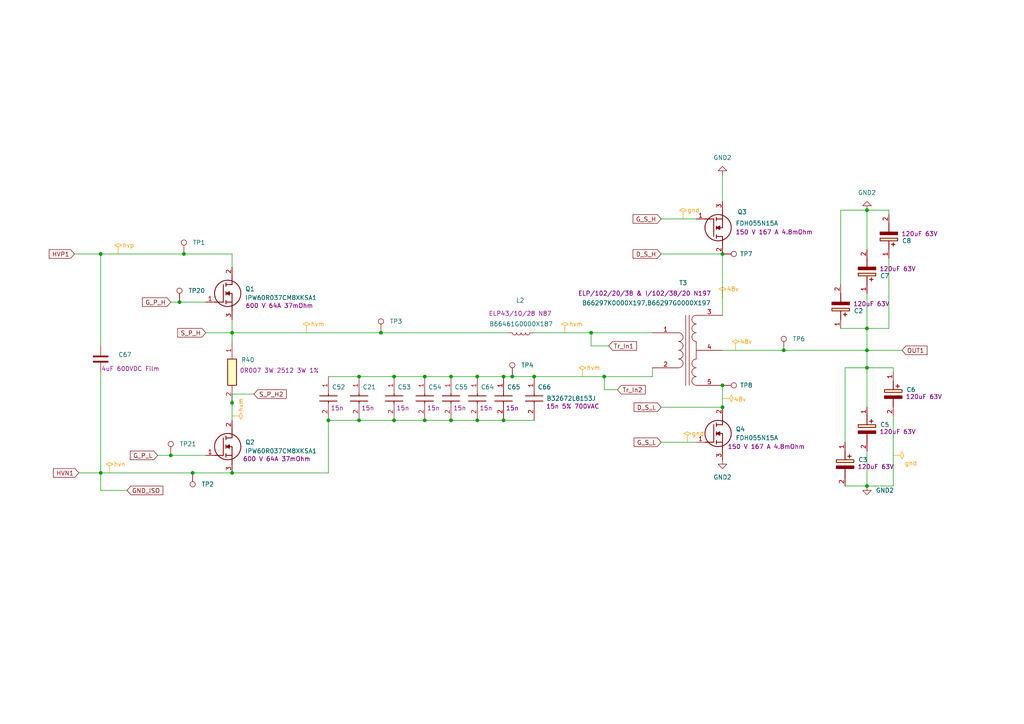
<source format=kicad_sch>
(kicad_sch (version 20250114) (generator "eeschema") (generator_version "9.0")
  (paper "A4")
  (title_block (title "LLC 400V/48V 1200W 100kHz") (date "2025-10-14") (rev "5") (company "Abdelaziz BOUZIANI"))
  (lib_symbols
    (symbol "B32672L8153J:B32672L8153J" (pin_names (hide yes))
      (property "Reference" "C" (at 8.89 6.35 0))
      (property "Value" "B32672L8153J" (at 8.89 3.81 0))
      (symbol "B32672L8153J_1_1"
        (polyline (pts (xy 5.08 0) (xy 5.588 0)) (stroke (width 0.254)))
        (polyline (pts (xy 5.588 2.54) (xy 5.588 -2.54)) (stroke (width 0.254)))
        (polyline (pts (xy 7.112 2.54) (xy 7.112 -2.54)) (stroke (width 0.254)))
        (polyline (pts (xy 7.112 0) (xy 7.62 0)) (stroke (width 0.254)))
        (pin passive line (at 0 0 0) (length 5.08) (name "1") (number "1"))
        (pin passive line (at 12.7 0 180) (length 5.08) (name "2") (number "2"))
      )
    )
    (symbol "B40910A8127M000:B40910A8127M000" (pin_names (hide yes))
      (property "Reference" "C" (at 8.89 6.35 0))
      (property "Value" "B40910A8127M000" (at 8.89 3.81 0))
      (symbol "B40910A8127M000_1_1"
        (polyline (pts (xy 2.54 0) (xy 5.08 0)) (stroke (width 0.254)))
        (polyline (pts (xy 4.064 1.778) (xy 4.064 0.762)) (stroke (width 0.254)))
        (polyline (pts (xy 4.572 1.27) (xy 3.556 1.27)) (stroke (width 0.254)))
        (rectangle (start 5.08 2.54) (end 5.842 -2.54) (stroke (width 0.254)) (fill (type background)))
        (polyline (pts (xy 7.62 2.54) (xy 7.62 -2.54) (xy 6.858 -2.54) (xy 6.858 2.54) (xy 7.62 2.54)) (stroke (width 0.254)) (fill (type outline)))
        (polyline (pts (xy 7.62 0) (xy 10.16 0)) (stroke (width 0.254)))
        (pin passive line (at 0 0 0) (length 2.54) (name "+") (number "1"))
        (pin passive line (at 12.7 0 180) (length 2.54) (name "-") (number "2"))
      )
    )
    (symbol "Connector:TestPoint" (pin_numbers (hide yes)) (pin_names (offset 0.762) (hide yes))
      (property "Reference" "TP" (at 0 6.858 0))
      (property "Value" "TestPoint" (at 0 5.08 0))
      (symbol "TestPoint_0_1"
        (circle (center 0 3.302) (radius 0.762))
      )
      (symbol "TestPoint_1_1"
        (pin passive line (at 0 0 90) (length 2.54) (name "1") (number "1"))
      )
    )
    (symbol "Device:C" (pin_numbers (hide yes)) (pin_names (offset 0.254))
      (property "Reference" "C" (at 0.635 2.54 0))
      (property "Value" "C" (at 0.635 -2.54 0))
      (symbol "C_0_1"
        (polyline (pts (xy -2.032 0.762) (xy 2.032 0.762)) (stroke (width 0.508)))
        (polyline (pts (xy -2.032 -0.762) (xy 2.032 -0.762)) (stroke (width 0.508)))
      )
      (symbol "C_1_1"
        (pin passive line (at 0 3.81 270) (length 2.794) (name "~") (number "1"))
        (pin passive line (at 0 -3.81 90) (length 2.794) (name "~") (number "2"))
      )
    )
    (symbol "Device:L" (pin_numbers (hide yes)) (pin_names (offset 1.016) (hide yes))
      (property "Reference" "L" (at -1.27 0 90))
      (property "Value" "L" (at 1.905 0 90))
      (symbol "L_0_1"
        (arc (start 0 2.54) (mid 0.6323 1.905) (end 0 1.27))
        (arc (start 0 1.27) (mid 0.6323 0.635) (end 0 0))
        (arc (start 0 0) (mid 0.6323 -0.635) (end 0 -1.27))
        (arc (start 0 -1.27) (mid 0.6323 -1.905) (end 0 -2.54))
      )
      (symbol "L_1_1"
        (pin passive line (at 0 3.81 270) (length 1.27) (name "1") (number "1"))
        (pin passive line (at 0 -3.81 90) (length 1.27) (name "2") (number "2"))
      )
    )
    (symbol "FDH055N15A:FDH055N15A" (pin_names (hide yes))
      (property "Reference" "Q" (at 11.43 3.81 0))
      (property "Value" "FDH055N15A" (at 11.43 1.27 0))
      (symbol "FDH055N15A_1_1"
        (polyline (pts (xy 2.54 0) (xy 5.08 0)) (stroke (width 0.254)))
        (polyline (pts (xy 5.08 5.08) (xy 5.08 0)) (stroke (width 0.254)))
        (polyline (pts (xy 5.842 5.588) (xy 5.842 4.572)) (stroke (width 0.254)))
        (polyline (pts (xy 5.842 2.54) (xy 6.858 3.048) (xy 6.858 2.032) (xy 5.842 2.54)) (stroke (width 0.254)) (fill (type outline)))
        (polyline (pts (xy 5.842 2.032) (xy 5.842 3.048)) (stroke (width 0.254)))
        (polyline (pts (xy 5.842 0) (xy 7.62 0)) (stroke (width 0.254)))
        (polyline (pts (xy 5.842 -0.508) (xy 5.842 0.508)) (stroke (width 0.254)))
        (circle (center 6.35 2.54) (radius 3.81) (stroke (width 0.254)))
        (polyline (pts (xy 7.62 5.08) (xy 5.842 5.08)) (stroke (width 0.254)))
        (polyline (pts (xy 7.62 5.08) (xy 7.62 7.62)) (stroke (width 0.254)))
        (polyline (pts (xy 7.62 2.54) (xy 5.842 2.54)) (stroke (width 0.254)))
        (polyline (pts (xy 7.62 2.54) (xy 7.62 -2.54)) (stroke (width 0.254)))
        (pin passive line (at 0 0 0) (length 2.54) (name "G") (number "1"))
        (pin passive line (at 7.62 10.16 270) (length 2.54) (name "D") (number "2"))
        (pin passive line (at 7.62 -5.08 90) (length 2.54) (name "S") (number "3"))
      )
    )
    (symbol "IPW60R037CM8XKSA1:IPW60R037CM8XKSA1" (pin_names (hide yes))
      (property "Reference" "Q" (at 11.43 3.81 0))
      (property "Value" "IPW60R037CM8XKSA1" (at 11.43 1.27 0))
      (symbol "IPW60R037CM8XKSA1_1_1"
        (polyline (pts (xy 2.54 0) (xy 5.08 0)) (stroke (width 0.254)))
        (polyline (pts (xy 5.08 5.08) (xy 5.08 0)) (stroke (width 0.254)))
        (polyline (pts (xy 5.842 5.588) (xy 5.842 4.572)) (stroke (width 0.254)))
        (polyline (pts (xy 5.842 2.54) (xy 6.858 3.048) (xy 6.858 2.032) (xy 5.842 2.54)) (stroke (width 0.254)) (fill (type outline)))
        (polyline (pts (xy 5.842 2.032) (xy 5.842 3.048)) (stroke (width 0.254)))
        (polyline (pts (xy 5.842 0) (xy 7.62 0)) (stroke (width 0.254)))
        (polyline (pts (xy 5.842 -0.508) (xy 5.842 0.508)) (stroke (width 0.254)))
        (circle (center 6.35 2.54) (radius 3.81) (stroke (width 0.254)))
        (polyline (pts (xy 7.62 5.08) (xy 5.842 5.08)) (stroke (width 0.254)))
        (polyline (pts (xy 7.62 5.08) (xy 7.62 7.62)) (stroke (width 0.254)))
        (polyline (pts (xy 7.62 2.54) (xy 5.842 2.54)) (stroke (width 0.254)))
        (polyline (pts (xy 7.62 2.54) (xy 7.62 -2.54)) (stroke (width 0.254)))
        (pin passive line (at 0 0 0) (length 2.54) (name "G") (number "1"))
        (pin passive line (at 7.62 10.16 270) (length 2.54) (name "D") (number "2"))
        (pin passive line (at 7.62 -5.08 90) (length 2.54) (name "S") (number "3"))
      )
    )
    (symbol "LRMAP2512-R007FT4:LRMAP2512-R007FT4" (pin_names (hide yes))
      (property "Reference" "R" (at 13.97 6.35 0))
      (property "Value" "LRMAP2512-R007FT4" (at 13.97 3.81 0))
      (symbol "LRMAP2512-R007FT4_1_1"
        (rectangle (start 5.08 1.27) (end 12.7 -1.27) (stroke (width 0.254)) (fill (type background)))
        (pin passive line (at 0 0 0) (length 5.08) (name "1") (number "1"))
        (pin passive line (at 17.78 0 180) (length 5.08) (name "2") (number "2"))
      )
    )
    (symbol "New_Library:Transformer_LLC" (pin_names (offset 1.016) (hide yes))
      (property "Reference" "T" (at 0 12.7 0))
      (property "Value" "Transformer_LLC" (at 0 -12.7 0))
      (symbol "Transformer_LLC_0_1"
        (arc (start -1.27 3.81) (mid -1.656 2.9336) (end -2.54 2.5654))
        (arc (start -1.27 1.27) (mid -1.656 0.3936) (end -2.54 0.0254))
        (arc (start -1.27 -1.27) (mid -1.656 -2.1464) (end -2.54 -2.5146))
        (arc (start -1.27 -3.81) (mid -1.656 -4.6864) (end -2.54 -5.0546))
        (arc (start -2.54 5.08) (mid -1.642 4.708) (end -1.27 3.81))
        (arc (start -2.54 2.54) (mid -1.642 2.168) (end -1.27 1.27))
        (arc (start -2.54 0) (mid -1.642 -0.372) (end -1.27 -1.27))
        (arc (start -2.54 -2.54) (mid -1.642 -2.912) (end -1.27 -3.81))
        (polyline (pts (xy -0.508 -10.16) (xy -0.508 10.16)))
        (polyline (pts (xy 0.508 10.16) (xy 0.508 -10.16)))
        (arc (start 1.2954 8.89) (mid 1.6457 9.7917) (end 2.54 10.16))
        (arc (start 1.2954 6.35) (mid 1.6457 7.2517) (end 2.54 7.62))
        (arc (start 1.2954 3.81) (mid 1.6457 4.7117) (end 2.54 5.08))
        (arc (start 1.2954 -3.81) (mid 1.6457 -2.9083) (end 2.54 -2.54))
        (arc (start 1.2954 -6.35) (mid 1.6457 -5.4483) (end 2.54 -5.08))
        (arc (start 1.2954 -8.89) (mid 1.6457 -7.9883) (end 2.54 -7.62))
        (arc (start 2.54 7.6454) (mid 1.6599 8.0099) (end 1.2954 8.89))
        (arc (start 2.54 5.1054) (mid 1.6599 5.4699) (end 1.2954 6.35))
        (arc (start 2.54 2.5654) (mid 1.6599 2.9299) (end 1.2954 3.81))
        (polyline (pts (xy 2.54 2.54) (xy 2.54 -2.54)))
        (arc (start 2.54 -5.0546) (mid 1.6599 -4.6901) (end 1.2954 -3.81))
        (arc (start 2.54 -7.5946) (mid 1.6599 -7.2301) (end 1.2954 -6.35))
        (arc (start 2.54 -10.1346) (mid 1.6599 -9.7701) (end 1.2954 -8.89))
      )
      (symbol "Transformer_LLC_1_1"
        (pin passive line (at -10.16 5.08 0) (length 7.62) (name "AA") (number "1"))
        (pin passive line (at -10.16 -5.08 0) (length 7.62) (name "AB") (number "2"))
        (pin passive line (at 10.16 10.16 180) (length 7.62) (name "SA") (number "3"))
        (pin passive line (at 10.16 0 180) (length 7.62) (name "SC") (number "4"))
        (pin passive line (at 10.16 -10.16 180) (length 7.62) (name "SD") (number "5"))
      )
    )
    (symbol "power:GND2" (power) (pin_numbers (hide yes)) (pin_names (offset 0) (hide yes))
      (property "Value" "GND2" (at 0 -3.81 0))
      (symbol "GND2_0_1"
        (polyline (pts (xy 0 0) (xy 0 -1.27) (xy 1.27 -1.27) (xy 0 -2.54) (xy -1.27 -1.27) (xy 0 -1.27)))
      )
      (symbol "GND2_1_1"
        (pin power_in line (at 0 0 270) (length 0) (name "~") (number "1"))
      )
    )
  )
  (junction (at 209.55 73.66))
  (junction (at 171.45 96.52))
  (junction (at 251.46 106.68))
  (junction (at 227.33 101.6))
  (junction (at 52.07 87.63))
  (junction (at 29.21 137.16))
  (junction (at 146.05 121.92))
  (junction (at 110.49 96.52))
  (junction (at 209.55 118.11))
  (junction (at 251.46 140.97))
  (junction (at 148.59 109.22))
  (junction (at 138.43 121.92))
  (junction (at 175.26 109.22))
  (junction (at 29.21 73.66))
  (junction (at 138.43 109.22))
  (junction (at 49.53 132.08))
  (junction (at 154.94 109.22))
  (junction (at 123.19 121.92))
  (junction (at 130.81 121.92))
  (junction (at 114.3 121.92))
  (junction (at 251.46 101.6))
  (junction (at 146.05 109.22))
  (junction (at 53.34 73.66))
  (junction (at 104.14 109.22))
  (junction (at 251.46 95.25))
  (junction (at 95.25 121.92))
  (junction (at 130.81 109.22))
  (junction (at 251.46 60.96))
  (junction (at 104.14 121.92))
  (junction (at 55.88 137.16))
  (junction (at 67.31 116.84))
  (junction (at 67.31 96.52))
  (junction (at 114.3 109.22))
  (junction (at 67.31 137.16))
  (junction (at 209.55 111.76))
  (junction (at 123.19 109.22))
  (wire (pts (xy 191.77 63.5) (xy 201.93 63.5)))
  (wire (pts (xy 29.21 73.66) (xy 29.21 100.33)))
  (wire (pts (xy 209.55 50.8) (xy 209.55 58.42)))
  (wire (pts (xy 251.46 140.97) (xy 245.11 140.97)))
  (wire (pts (xy 67.31 116.84) (xy 67.31 121.92)))
  (wire (pts (xy 179.07 113.03) (xy 175.26 113.03)))
  (wire (pts (xy 191.77 73.66) (xy 209.55 73.66)))
  (wire (pts (xy 130.81 109.22) (xy 138.43 109.22)))
  (wire (pts (xy 191.77 128.27) (xy 201.93 128.27)))
  (wire (pts (xy 67.31 73.66) (xy 53.34 73.66)))
  (wire (pts (xy 67.31 96.52) (xy 110.49 96.52)))
  (wire (pts (xy 104.14 121.92) (xy 114.3 121.92)))
  (wire (pts (xy 148.59 109.22) (xy 154.94 109.22)))
  (wire (pts (xy 245.11 106.68) (xy 245.11 128.27)))
  (wire (pts (xy 95.25 137.16) (xy 67.31 137.16)))
  (wire (pts (xy 114.3 109.22) (xy 123.19 109.22)))
  (wire (pts (xy 171.45 96.52) (xy 189.23 96.52)))
  (wire (pts (xy 59.69 96.52) (xy 67.31 96.52)))
  (wire (pts (xy 257.81 95.25) (xy 251.46 95.25)))
  (wire (pts (xy 104.14 109.22) (xy 114.3 109.22)))
  (wire (pts (xy 52.07 87.63) (xy 59.69 87.63)))
  (wire (pts (xy 251.46 101.6) (xy 261.62 101.6)))
  (wire (pts (xy 251.46 85.09) (xy 251.46 95.25)))
  (wire (pts (xy 45.72 132.08) (xy 49.53 132.08)))
  (wire (pts (xy 154.94 96.52) (xy 171.45 96.52)))
  (wire (pts (xy 259.08 106.68) (xy 259.08 107.95)))
  (wire (pts (xy 123.19 121.92) (xy 130.81 121.92)))
  (wire (pts (xy 114.3 121.92) (xy 123.19 121.92)))
  (wire (pts (xy 175.26 109.22) (xy 189.23 109.22)))
  (wire (pts (xy 257.81 74.93) (xy 257.81 95.25)))
  (wire (pts (xy 95.25 109.22) (xy 104.14 109.22)))
  (wire (pts (xy 29.21 107.95) (xy 29.21 137.16)))
  (wire (pts (xy 251.46 130.81) (xy 251.46 140.97)))
  (wire (pts (xy 29.21 142.24) (xy 36.83 142.24)))
  (wire (pts (xy 227.33 101.6) (xy 251.46 101.6)))
  (wire (pts (xy 154.94 109.22) (xy 175.26 109.22)))
  (wire (pts (xy 251.46 101.6) (xy 251.46 106.68)))
  (wire (pts (xy 176.53 100.33) (xy 171.45 100.33)))
  (wire (pts (xy 251.46 95.25) (xy 251.46 101.6)))
  (wire (pts (xy 67.31 73.66) (xy 67.31 77.47)))
  (wire (pts (xy 67.31 92.71) (xy 67.31 96.52)))
  (wire (pts (xy 29.21 137.16) (xy 55.88 137.16)))
  (wire (pts (xy 259.08 140.97) (xy 251.46 140.97)))
  (wire (pts (xy 22.86 137.16) (xy 29.21 137.16)))
  (wire (pts (xy 189.23 109.22) (xy 189.23 106.68)))
  (wire (pts (xy 138.43 121.92) (xy 146.05 121.92)))
  (wire (pts (xy 49.53 87.63) (xy 52.07 87.63)))
  (wire (pts (xy 191.77 118.11) (xy 209.55 118.11)))
  (wire (pts (xy 29.21 73.66) (xy 53.34 73.66)))
  (wire (pts (xy 146.05 121.92) (xy 154.94 121.92)))
  (wire (pts (xy 257.81 60.96) (xy 251.46 60.96)))
  (wire (pts (xy 67.31 114.3) (xy 67.31 116.84)))
  (wire (pts (xy 251.46 60.96) (xy 243.84 60.96)))
  (wire (pts (xy 243.84 60.96) (xy 243.84 82.55)))
  (wire (pts (xy 251.46 106.68) (xy 251.46 118.11)))
  (wire (pts (xy 251.46 95.25) (xy 243.84 95.25)))
  (wire (pts (xy 49.53 132.08) (xy 59.69 132.08)))
  (wire (pts (xy 29.21 137.16) (xy 29.21 142.24)))
  (wire (pts (xy 257.81 60.96) (xy 257.81 62.23)))
  (wire (pts (xy 21.59 73.66) (xy 29.21 73.66)))
  (wire (pts (xy 95.25 121.92) (xy 95.25 137.16)))
  (wire (pts (xy 110.49 96.52) (xy 147.32 96.52)))
  (wire (pts (xy 209.55 73.66) (xy 209.55 91.44)))
  (wire (pts (xy 259.08 120.65) (xy 259.08 140.97)))
  (wire (pts (xy 251.46 106.68) (xy 245.11 106.68)))
  (wire (pts (xy 55.88 137.16) (xy 67.31 137.16)))
  (wire (pts (xy 251.46 60.96) (xy 251.46 72.39)))
  (wire (pts (xy 209.55 101.6) (xy 227.33 101.6)))
  (wire (pts (xy 95.25 121.92) (xy 104.14 121.92)))
  (wire (pts (xy 146.05 109.22) (xy 148.59 109.22)))
  (wire (pts (xy 209.55 111.76) (xy 209.55 118.11)))
  (wire (pts (xy 171.45 100.33) (xy 171.45 96.52)))
  (wire (pts (xy 175.26 113.03) (xy 175.26 109.22)))
  (wire (pts (xy 73.66 114.3) (xy 67.31 114.3)))
  (wire (pts (xy 123.19 109.22) (xy 130.81 109.22)))
  (wire (pts (xy 259.08 106.68) (xy 251.46 106.68)))
  (wire (pts (xy 67.31 96.52) (xy 67.31 99.06)))
  (wire (pts (xy 130.81 121.92) (xy 138.43 121.92)))
  (wire (pts (xy 138.43 109.22) (xy 146.05 109.22)))
  (global_label "Tr_In2" (shape input) (at 179.07 113.03 0) (property "Intersheetrefs" "${INTERSHEET_REFS}" (effects (hide yes))))
  (global_label "D_S_L" (shape input) (at 191.77 118.11 180) (property "Intersheetrefs" "${INTERSHEET_REFS}" (effects (hide yes))))
  (global_label "G_S_H" (shape input) (at 191.77 63.5 180) (property "Intersheetrefs" "${INTERSHEET_REFS}" (effects (hide yes))))
  (global_label "G_P_H" (shape input) (at 49.53 87.63 180) (property "Intersheetrefs" "${INTERSHEET_REFS}" (effects (hide yes))))
  (global_label "G_P_L" (shape input) (at 45.72 132.08 180) (property "Intersheetrefs" "${INTERSHEET_REFS}" (effects (hide yes))))
  (global_label "S_P_H2" (shape input) (at 73.66 114.3 0) (property "Intersheetrefs" "${INTERSHEET_REFS}" (effects (hide yes))))
  (global_label "HVN1" (shape input) (at 22.86 137.16 180) (property "Intersheetrefs" "${INTERSHEET_REFS}" (effects (hide yes))))
  (global_label "D_S_H" (shape input) (at 191.77 73.66 180) (property "Intersheetrefs" "${INTERSHEET_REFS}" (effects (hide yes))))
  (global_label "G_S_L" (shape input) (at 191.77 128.27 180) (property "Intersheetrefs" "${INTERSHEET_REFS}" (effects (hide yes))))
  (global_label "GND_ISO" (shape input) (at 36.83 142.24 0) (property "Intersheetrefs" "${INTERSHEET_REFS}" (effects (hide yes))))
  (global_label "OUT1" (shape input) (at 261.62 101.6 0) (property "Intersheetrefs" "${INTERSHEET_REFS}" (effects (hide yes))))
  (global_label "Tr_In1" (shape input) (at 176.53 100.33 0) (property "Intersheetrefs" "${INTERSHEET_REFS}" (effects (hide yes))))
  (global_label "HVP1" (shape input) (at 21.59 73.66 180) (property "Intersheetrefs" "${INTERSHEET_REFS}" (effects (hide yes))))
  (global_label "S_P_H" (shape input) (at 59.69 96.52 180) (property "Intersheetrefs" "${INTERSHEET_REFS}" (effects (hide yes))))
  (netclass_flag "" (length 2.54) (shape diamond) (at 67.31 120.65 270) (property "Netclass" "hvm" (at 69.85 119.4435 90) (effects (justify left))))
  (netclass_flag "" (length 2.54) (shape diamond) (at 34.29 73.66 0) (property "Netclass" "hvp" (at 35.4965 71.12 0) (effects (justify left))))
  (netclass_flag "" (length 2.54) (shape diamond) (at 209.55 86.36 0) (property "Netclass" "48v" (at 210.7565 83.82 0) (effects (justify left))))
  (netclass_flag "" (length 2.54) (shape diamond) (at 199.39 128.27 0) (property "Netclass" "gnd" (at 200.5965 125.73 0) (effects (justify left))))
  (netclass_flag "" (length 2.54) (shape diamond) (at 198.12 63.5 0) (property "Netclass" "gnd" (at 199.3265 60.96 0) (effects (justify left))))
  (netclass_flag "" (length 2.54) (shape diamond) (at 31.75 137.16 0) (property "Netclass" "hvn" (at 32.9565 134.62 0) (effects (justify left))))
  (netclass_flag "" (length 2.54) (shape diamond) (at 213.36 101.6 0) (property "Netclass" "48v" (at 214.5665 99.06 0) (effects (justify left))))
  (netclass_flag "" (length 2.54) (shape diamond) (at 163.83 96.52 0) (property "Netclass" "hvm" (at 165.0365 93.98 0) (effects (justify left))))
  (netclass_flag "" (length 2.54) (shape diamond) (at 259.08 132.08 270) (property "Netclass" "gnd" (at 262.382 134.366 0) (effects (justify left))))
  (netclass_flag "" (length 2.54) (shape diamond) (at 88.9 96.52 0) (property "Netclass" "hvm" (at 90.1065 93.98 0) (effects (justify left))))
  (netclass_flag "" (length 2.54) (shape diamond) (at 209.55 115.57 270) (property "Netclass" "48v" (at 212.852 115.824 0) (effects (justify left))))
  (netclass_flag "" (length 2.54) (shape diamond) (at 168.91 109.22 0) (property "Netclass" "hvm" (at 170.1165 106.68 0) (effects (justify left))))
  (symbol (lib_id "B40910A8127M000:B40910A8127M000") (at 243.84 95.25 270) (mirror x) (unit 1)
    (property "Reference" "C2" (at 247.65 90.1701 90) (effects (justify left)))
    (property "Value" "B40910A8127M000" (effects (hide yes)))
    (property "Footprint" "B40910A8127M000:B40910A8127M000" (effects (hide yes)))
    (property "Datasheet" "https://product.tdk.com/system/files/dam/doc/product/capacitor/aluminum-electrolytic/hybrid-polymer/data_sheet/20/30/db/aec/b40910.pdf" (effects (hide yes)))
    (property "Description" "120uF 63V" (at 252.73 88.138 90))
    (property "Height" "12.8" (effects (hide yes)))
    (property "Mouser Part Number" "871-B40910A8127M000" (effects (hide yes)))
    (property "Manufacturer_Name" "TDK" (effects (hide yes)))
    (property "Manufacturer_Part_Number" "B40910A8127M000" (effects (hide yes)))
    (property "FirstOrderDone" "yes" (effects (hide yes)))
  )
  (symbol (lib_id "B32672L8153J:B32672L8153J") (at 123.19 109.22 270) (unit 1)
    (property "Reference" "C54" (at 124.206 112.268 90) (effects (justify left)))
    (property "Value" "B32672L8153J" (effects (hide yes)))
    (property "Footprint" "B32672L8153J000:CAPRR1500W80L1800T850H1450" (effects (hide yes)))
    (property "Datasheet" "https://product.tdk.com/system/files/dam/doc/product/capacitor/film/mkp_mfp/data_sheet/20/20/db/fc_2009/mkp_b32671l_672l.pdf" (effects (hide yes)))
    (property "Description" "15n 5% 700VAC" (effects (hide yes)))
    (property "Height" "14.5" (effects (hide yes)))
    (property "Mouser Part Number" "871-B32672L8153J" (effects (hide yes)))
    (property "Mouser Price/Stock" "https://www.mouser.co.uk/ProductDetail/EPCOS-TDK/B32672L8153J?qs=CsdphVCLJRjPN7YH24ATpg%3D%3D" (effects (hide yes)))
    (property "Manufacturer_Name" "TDK" (effects (hide yes)))
    (property "Manufacturer_Part_Number" "B32672L8153J" (effects (hide yes)))
    (property "FirstOrderDone" "yes" (effects (hide yes)))
    (property "Field11" "15n" (at 125.73 118.364 90))
  )
  (symbol (lib_id "power:GND2") (at 209.55 133.35 0) (unit 1)
    (property "Reference" "#PWR010" (effects (hide yes)))
    (property "Value" "GND2" (at 209.55 138.43 0))
    (property "Description" "Power symbol creates a global label with name \"GND2\" , ground" (effects (hide yes)))
  )
  (symbol (lib_id "B40910A8127M000:B40910A8127M000") (at 259.08 107.95 270) (unit 1)
    (property "Reference" "C6" (at 262.89 113.0299 90) (effects (justify left)))
    (property "Value" "B40910A8127M000" (effects (hide yes)))
    (property "Footprint" "B40910A8127M000:B40910A8127M000" (effects (hide yes)))
    (property "Datasheet" "https://product.tdk.com/system/files/dam/doc/product/capacitor/aluminum-electrolytic/hybrid-polymer/data_sheet/20/30/db/aec/b40910.pdf" (effects (hide yes)))
    (property "Description" "120uF 63V" (at 267.97 115.062 90))
    (property "Height" "12.8" (effects (hide yes)))
    (property "Mouser Part Number" "871-B40910A8127M000" (effects (hide yes)))
    (property "Manufacturer_Name" "TDK" (effects (hide yes)))
    (property "Manufacturer_Part_Number" "B40910A8127M000" (effects (hide yes)))
    (property "FirstOrderDone" "yes" (effects (hide yes)))
  )
  (symbol (lib_id "Connector:TestPoint") (at 209.55 111.76 270) (unit 1)
    (property "Reference" "TP8" (at 214.63 111.7599 90) (effects (justify left)))
    (property "Value" "TestPoint" (effects (hide yes)))
    (property "Footprint" "TestPoint:TestPoint_Pad_D1.0mm" (effects (hide yes)))
    (property "Description" "test point" (effects (hide yes)))
  )
  (symbol (lib_id "Connector:TestPoint") (at 227.33 101.6 0) (unit 1)
    (property "Reference" "TP6" (at 229.87 98.2979 0) (effects (justify left)))
    (property "Value" "TestPoint" (effects (hide yes)))
    (property "Footprint" "TestPoint:TestPoint_Pad_D1.0mm" (effects (hide yes)))
    (property "Description" "test point" (effects (hide yes)))
  )
  (symbol (lib_id "Connector:TestPoint") (at 49.53 132.08 0) (unit 1)
    (property "Reference" "TP21" (at 52.07 128.7779 0) (effects (justify left)))
    (property "Value" "TestPoint" (effects (hide yes)))
    (property "Footprint" "TestPoint:TestPoint_Pad_D1.0mm" (effects (hide yes)))
    (property "Description" "test point" (effects (hide yes)))
  )
  (symbol (lib_id "Connector:TestPoint") (at 148.59 109.22 0) (unit 1)
    (property "Reference" "TP4" (at 151.13 105.9179 0) (effects (justify left)))
    (property "Value" "TestPoint" (effects (hide yes)))
    (property "Footprint" "TestPoint:TestPoint_Pad_D1.0mm" (effects (hide yes)))
    (property "Description" "test point" (effects (hide yes)))
  )
  (symbol (lib_id "B32672L8153J:B32672L8153J") (at 154.94 109.22 270) (unit 1)
    (property "Reference" "C66" (at 155.956 112.268 90) (effects (justify left)))
    (property "Value" "B32672L8153J" (at 158.496 115.57 90) (effects (justify left)))
    (property "Footprint" "B32672L8153J000:CAPRR1500W80L1800T850H1450" (effects (hide yes)))
    (property "Datasheet" "https://product.tdk.com/system/files/dam/doc/product/capacitor/film/mkp_mfp/data_sheet/20/20/db/fc_2009/mkp_b32671l_672l.pdf" (effects (hide yes)))
    (property "Description" "15n 5% 700VAC" (at 166.116 117.856 90))
    (property "Height" "14.5" (effects (hide yes)))
    (property "Mouser Part Number" "871-B32672L8153J" (effects (hide yes)))
    (property "Mouser Price/Stock" "https://www.mouser.co.uk/ProductDetail/EPCOS-TDK/B32672L8153J?qs=CsdphVCLJRjPN7YH24ATpg%3D%3D" (effects (hide yes)))
    (property "Manufacturer_Name" "TDK" (effects (hide yes)))
    (property "Manufacturer_Part_Number" "B32672L8153J" (effects (hide yes)))
    (property "FirstOrderDone" "yes" (effects (hide yes)))
    (property "Field11" "15n" (effects (hide yes)))
  )
  (symbol (lib_id "LRMAP2512-R007FT4:LRMAP2512-R007FT4") (at 67.31 99.06 270) (unit 1)
    (property "Reference" "R40" (at 71.882 104.394 90))
    (property "Value" "LRMAP2512-R007FT4" (effects (hide yes)))
    (property "Footprint" "LRMAP2512-R007FT4:RESC6432X90N" (effects (hide yes)))
    (property "Datasheet" "https://ms.componentsearchengine.com/Datasheets/1/LRMAP2512-R007FT4.pdf" (effects (hide yes)))
    (property "Description" "0R007 3W 2512 3W 1%" (at 81.026 107.442 90))
    (property "Height" "0.9" (effects (hide yes)))
    (property "Mouser Part Number" "756-LRMAP2512R007FT4" (effects (hide yes)))
    (property "Mouser Price/Stock" "https://www.mouser.co.uk/ProductDetail/Welwyn-Components-TT-Electronics/LRMAP2512-R007FT4?qs=GbEj%2Fc2lfndAsEUYgCINUQ%3D%3D" (effects (hide yes)))
    (property "Manufacturer_Name" "TT Electronics" (effects (hide yes)))
    (property "Manufacturer_Part_Number" "LRMAP2512-R007FT4" (effects (hide yes)))
  )
  (symbol (lib_id "B32672L8153J:B32672L8153J") (at 130.81 109.22 270) (unit 1)
    (property "Reference" "C55" (at 131.826 112.268 90) (effects (justify left)))
    (property "Value" "B32672L8153J" (effects (hide yes)))
    (property "Footprint" "B32672L8153J000:CAPRR1500W80L1800T850H1450" (effects (hide yes)))
    (property "Datasheet" "https://product.tdk.com/system/files/dam/doc/product/capacitor/film/mkp_mfp/data_sheet/20/20/db/fc_2009/mkp_b32671l_672l.pdf" (effects (hide yes)))
    (property "Description" "15n 5% 700VAC" (effects (hide yes)))
    (property "Height" "14.5" (effects (hide yes)))
    (property "Mouser Part Number" "871-B32672L8153J" (effects (hide yes)))
    (property "Mouser Price/Stock" "https://www.mouser.co.uk/ProductDetail/EPCOS-TDK/B32672L8153J?qs=CsdphVCLJRjPN7YH24ATpg%3D%3D" (effects (hide yes)))
    (property "Manufacturer_Name" "TDK" (effects (hide yes)))
    (property "Manufacturer_Part_Number" "B32672L8153J" (effects (hide yes)))
    (property "FirstOrderDone" "yes" (effects (hide yes)))
    (property "Field11" "15n" (at 133.35 118.364 90))
  )
  (symbol (lib_id "B32672L8153J:B32672L8153J") (at 114.3 109.22 270) (unit 1)
    (property "Reference" "C53" (at 115.316 112.268 90) (effects (justify left)))
    (property "Value" "B32672L8153J" (effects (hide yes)))
    (property "Footprint" "B32672L8153J000:CAPRR1500W80L1800T850H1450" (effects (hide yes)))
    (property "Datasheet" "https://product.tdk.com/system/files/dam/doc/product/capacitor/film/mkp_mfp/data_sheet/20/20/db/fc_2009/mkp_b32671l_672l.pdf" (effects (hide yes)))
    (property "Description" "15n 5% 700VAC" (effects (hide yes)))
    (property "Height" "14.5" (effects (hide yes)))
    (property "Mouser Part Number" "871-B32672L8153J" (effects (hide yes)))
    (property "Mouser Price/Stock" "https://www.mouser.co.uk/ProductDetail/EPCOS-TDK/B32672L8153J?qs=CsdphVCLJRjPN7YH24ATpg%3D%3D" (effects (hide yes)))
    (property "Manufacturer_Name" "TDK" (effects (hide yes)))
    (property "Manufacturer_Part_Number" "B32672L8153J" (effects (hide yes)))
    (property "FirstOrderDone" "yes" (effects (hide yes)))
    (property "Field11" "15n" (at 116.84 118.364 90))
  )
  (symbol (lib_id "B32672L8153J:B32672L8153J") (at 146.05 109.22 270) (unit 1)
    (property "Reference" "C65" (at 147.066 112.268 90) (effects (justify left)))
    (property "Value" "B32672L8153J" (effects (hide yes)))
    (property "Footprint" "B32672L8153J000:CAPRR1500W80L1800T850H1450" (effects (hide yes)))
    (property "Datasheet" "https://product.tdk.com/system/files/dam/doc/product/capacitor/film/mkp_mfp/data_sheet/20/20/db/fc_2009/mkp_b32671l_672l.pdf" (effects (hide yes)))
    (property "Description" "15n 5% 700VAC" (effects (hide yes)))
    (property "Height" "14.5" (effects (hide yes)))
    (property "Mouser Part Number" "871-B32672L8153J" (effects (hide yes)))
    (property "Mouser Price/Stock" "https://www.mouser.co.uk/ProductDetail/EPCOS-TDK/B32672L8153J?qs=CsdphVCLJRjPN7YH24ATpg%3D%3D" (effects (hide yes)))
    (property "Manufacturer_Name" "TDK" (effects (hide yes)))
    (property "Manufacturer_Part_Number" "B32672L8153J" (effects (hide yes)))
    (property "FirstOrderDone" "yes" (effects (hide yes)))
    (property "Field11" "15n" (at 148.59 118.364 90))
  )
  (symbol (lib_id "New_Library:Transformer_LLC") (at 199.39 101.6 0) (unit 1)
    (property "Reference" "T3" (at 198.12 82.042 0))
    (property "Value" "B66297K0000X197,B66297G0000X197" (at 187.452 87.884 0))
    (property "Footprint" "New_Linrary:ELP_102_20_38_V6" (effects (hide yes)))
    (property "Datasheet" "https://www.tdk-electronics.tdk.com/inf/80/db/fer/elp_64_10_50.pdf" (effects (hide yes)))
    (property "Description" "ELP/102/20/38 & I/102/38/20 N197" (at 186.944 85.09 0))
    (property "Mouser Part Number" "871-B66297KX197,871-B66297GX197" (effects (hide yes)))
    (property "Manufacturer_Name  " "EPCOS / TDK" (effects (hide yes)))
    (property "Manufacturer_Part_Number " "B66297K0000X197,B66297G0000X197" (effects (hide yes)))
    (property "FirstOrderDone" "yes" (effects (hide yes)))
  )
  (symbol (lib_id "power:GND2") (at 251.46 60.96 180) (unit 1)
    (property "Reference" "#PWR049" (effects (hide yes)))
    (property "Value" "GND2" (at 251.46 55.88 0))
    (property "Description" "Power symbol creates a global label with name \"GND2\" , ground" (effects (hide yes)))
  )
  (symbol (lib_id "B32672L8153J:B32672L8153J") (at 95.25 109.22 270) (unit 1)
    (property "Reference" "C52" (at 96.266 112.268 90) (effects (justify left)))
    (property "Value" "B32672L8153J" (effects (hide yes)))
    (property "Footprint" "B32672L8153J000:CAPRR1500W80L1800T850H1450" (effects (hide yes)))
    (property "Datasheet" "https://product.tdk.com/system/files/dam/doc/product/capacitor/film/mkp_mfp/data_sheet/20/20/db/fc_2009/mkp_b32671l_672l.pdf" (effects (hide yes)))
    (property "Description" "15n 5% 700VAC" (effects (hide yes)))
    (property "Height" "14.5" (effects (hide yes)))
    (property "Mouser Part Number" "871-B32672L8153J" (effects (hide yes)))
    (property "Mouser Price/Stock" "https://www.mouser.co.uk/ProductDetail/EPCOS-TDK/B32672L8153J?qs=CsdphVCLJRjPN7YH24ATpg%3D%3D" (effects (hide yes)))
    (property "Manufacturer_Name" "TDK" (effects (hide yes)))
    (property "Manufacturer_Part_Number" "B32672L8153J" (effects (hide yes)))
    (property "FirstOrderDone" "yes" (effects (hide yes)))
    (property "Field11" "15n" (at 97.79 118.364 90))
  )
  (symbol (lib_id "B32672L8153J:B32672L8153J") (at 104.14 109.22 270) (unit 1)
    (property "Reference" "C21" (at 105.156 112.268 90) (effects (justify left)))
    (property "Value" "B32672L8153J" (effects (hide yes)))
    (property "Footprint" "B32672L8153J000:CAPRR1500W80L1800T850H1450" (effects (hide yes)))
    (property "Datasheet" "https://product.tdk.com/system/files/dam/doc/product/capacitor/film/mkp_mfp/data_sheet/20/20/db/fc_2009/mkp_b32671l_672l.pdf" (effects (hide yes)))
    (property "Description" "15n 5% 700VAC" (effects (hide yes)))
    (property "Height" "14.5" (effects (hide yes)))
    (property "Mouser Part Number" "871-B32672L8153J" (effects (hide yes)))
    (property "Mouser Price/Stock" "https://www.mouser.co.uk/ProductDetail/EPCOS-TDK/B32672L8153J?qs=CsdphVCLJRjPN7YH24ATpg%3D%3D" (effects (hide yes)))
    (property "Manufacturer_Name" "TDK" (effects (hide yes)))
    (property "Manufacturer_Part_Number" "B32672L8153J" (effects (hide yes)))
    (property "FirstOrderDone" "yes" (effects (hide yes)))
    (property "Field11" "15n" (at 106.68 118.364 90))
  )
  (symbol (lib_id "B32672L8153J:B32672L8153J") (at 138.43 109.22 270) (unit 1)
    (property "Reference" "C64" (at 139.446 112.268 90) (effects (justify left)))
    (property "Value" "B32672L8153J" (effects (hide yes)))
    (property "Footprint" "B32672L8153J000:CAPRR1500W80L1800T850H1450" (effects (hide yes)))
    (property "Datasheet" "https://product.tdk.com/system/files/dam/doc/product/capacitor/film/mkp_mfp/data_sheet/20/20/db/fc_2009/mkp_b32671l_672l.pdf" (effects (hide yes)))
    (property "Description" "15n 5% 700VAC" (effects (hide yes)))
    (property "Height" "14.5" (effects (hide yes)))
    (property "Mouser Part Number" "871-B32672L8153J" (effects (hide yes)))
    (property "Mouser Price/Stock" "https://www.mouser.co.uk/ProductDetail/EPCOS-TDK/B32672L8153J?qs=CsdphVCLJRjPN7YH24ATpg%3D%3D" (effects (hide yes)))
    (property "Manufacturer_Name" "TDK" (effects (hide yes)))
    (property "Manufacturer_Part_Number" "B32672L8153J" (effects (hide yes)))
    (property "FirstOrderDone" "yes" (effects (hide yes)))
    (property "Field11" "15n" (at 140.97 118.364 90))
  )
  (symbol (lib_id "B40910A8127M000:B40910A8127M000") (at 257.81 74.93 270) (mirror x) (unit 1)
    (property "Reference" "C8" (at 261.62 69.8501 90) (effects (justify left)))
    (property "Value" "B40910A8127M000" (effects (hide yes)))
    (property "Footprint" "B40910A8127M000:B40910A8127M000" (effects (hide yes)))
    (property "Datasheet" "https://product.tdk.com/system/files/dam/doc/product/capacitor/aluminum-electrolytic/hybrid-polymer/data_sheet/20/30/db/aec/b40910.pdf" (effects (hide yes)))
    (property "Description" "120uF 63V" (at 266.7 67.818 90))
    (property "Height" "12.8" (effects (hide yes)))
    (property "Mouser Part Number" "871-B40910A8127M000" (effects (hide yes)))
    (property "Manufacturer_Name" "TDK" (effects (hide yes)))
    (property "Manufacturer_Part_Number" "B40910A8127M000" (effects (hide yes)))
    (property "FirstOrderDone" "yes" (effects (hide yes)))
  )
  (symbol (lib_id "FDH055N15A:FDH055N15A") (at 201.93 63.5 0) (mirror x) (unit 1)
    (property "Reference" "Q3" (at 213.868 61.468 0) (effects (justify left)))
    (property "Value" "FDH055N15A" (at 213.36 64.7701 0) (effects (justify left)))
    (property "Footprint" "New_Linrary:TO-247-3_Horizontal_TabDown_v2" (effects (hide yes)))
    (property "Datasheet" "https://www.onsemi.com/pub/Collateral/FDH055N15A-D.PDF" (effects (hide yes)))
    (property "Description" "150 V 167 A 4.8mOhm" (at 224.536 67.31 0))
    (property "Height" "4.82" (effects (hide yes)))
    (property "Mouser Part Number" "512-FDH055N15A" (effects (hide yes)))
    (property "Mouser Price/Stock" "https://www.mouser.co.uk/ProductDetail/onsemi-Fairchild/FDH055N15A?qs=r2Ui%2FjbkGg%2FwTUHq7txgCw%3D%3D" (effects (hide yes)))
    (property "Manufacturer_Name" "onsemi" (effects (hide yes)))
    (property "Manufacturer_Part_Number" "FDH055N15A" (effects (hide yes)))
    (property "FirstOrderDone" "yes" (effects (hide yes)))
  )
  (symbol (lib_id "Connector:TestPoint") (at 209.55 73.66 270) (unit 1)
    (property "Reference" "TP7" (at 214.63 73.6599 90) (effects (justify left)))
    (property "Value" "TestPoint" (effects (hide yes)))
    (property "Footprint" "TestPoint:TestPoint_Pad_D1.0mm" (effects (hide yes)))
    (property "Description" "test point" (effects (hide yes)))
  )
  (symbol (lib_id "Device:C") (at 29.21 104.14 0) (unit 1)
    (property "Reference" "C67" (at 34.29 102.8699 0) (effects (justify left)))
    (property "Value" "EFDKS60K405D032LH" (effects (hide yes)))
    (property "Footprint" "New_Linrary:EFDKS60K405D032LH" (effects (hide yes)))
    (property "Datasheet" "https://www.eaton.com/content/dam/eaton/products/electronic-components/resources/data-sheet/eaton-efdks-film-capacitor-dc-link-data-sheet-elx1260-en.pdf" (effects (hide yes)))
    (property "Description" "4uF 600VDC Film" (at 37.846 106.934 0))
    (property "Manufacturer_Part_Number" "EFDKS60K405D032LH" (effects (hide yes)))
    (property "Manufacturer_Name " "Eaton Electronics" (effects (hide yes)))
    (property "Mouser Part Number" "504-EFDKS60K405D032L" (effects (hide yes)))
  )
  (symbol (lib_id "Connector:TestPoint") (at 52.07 87.63 0) (unit 1)
    (property "Reference" "TP20" (at 54.61 84.3279 0) (effects (justify left)))
    (property "Value" "TestPoint" (effects (hide yes)))
    (property "Footprint" "TestPoint:TestPoint_Pad_D1.0mm" (effects (hide yes)))
    (property "Description" "test point" (effects (hide yes)))
  )
  (symbol (lib_id "Connector:TestPoint") (at 53.34 73.66 0) (unit 1)
    (property "Reference" "TP1" (at 55.88 70.3579 0) (effects (justify left)))
    (property "Value" "TestPoint" (effects (hide yes)))
    (property "Footprint" "TestPoint:TestPoint_Pad_D1.0mm" (effects (hide yes)))
    (property "Description" "test point" (effects (hide yes)))
  )
  (symbol (lib_id "Connector:TestPoint") (at 55.88 137.16 180) (unit 1)
    (property "Reference" "TP2" (at 58.42 140.4619 0) (effects (justify right)))
    (property "Value" "TestPoint" (effects (hide yes)))
    (property "Footprint" "TestPoint:TestPoint_Pad_D1.0mm" (effects (hide yes)))
    (property "Description" "test point" (effects (hide yes)))
  )
  (symbol (lib_id "IPW60R037CM8XKSA1:IPW60R037CM8XKSA1") (at 59.69 87.63 0) (unit 1)
    (property "Reference" "Q1" (at 71.12 83.8199 0) (effects (justify left)))
    (property "Value" "IPW60R037CM8XKSA1" (at 71.12 86.3599 0) (effects (justify left)))
    (property "Footprint" "New_Linrary:TO-247-3_Horizontal_TabDown_v2" (effects (hide yes)))
    (property "Datasheet" "https://www.mouser.fr/datasheet/3/70/1/Infineon-IPW60R037CM8-DataSheet-v02_01-EN.pdf" (effects (hide yes)))
    (property "Description" "600 V 64A 37mOhm" (at 81.026 88.646 0))
    (property "Height" "5.21" (effects (hide yes)))
    (property "Mouser Part Number" "726-IPW60R037CM8XKSA" (effects (hide yes)))
    (property "Mouser Price/Stock" "https://www.mouser.co.uk/ProductDetail/Infineon-Technologies/IPW60R037CM8XKSA1?qs=2wMNvWM5ZX6iR5SSpR9OjA%3D%3D" (effects (hide yes)))
    (property "Manufacturer_Name" "Infineon" (effects (hide yes)))
    (property "Manufacturer_Part_Number" "IPW60R037CM8XKSA1" (effects (hide yes)))
    (property "FirstOrderDone" "yes" (effects (hide yes)))
  )
  (symbol (lib_id "FDH055N15A:FDH055N15A") (at 201.93 128.27 0) (unit 1)
    (property "Reference" "Q4" (at 213.36 124.4599 0) (effects (justify left)))
    (property "Value" "FDH055N15A" (at 213.36 126.9999 0) (effects (justify left)))
    (property "Footprint" "New_Linrary:TO-247-3_Horizontal_TabDown_v2" (effects (hide yes)))
    (property "Datasheet" "https://www.onsemi.com/pub/Collateral/FDH055N15A-D.PDF" (effects (hide yes)))
    (property "Description" "150 V 167 A 4.8mOhm" (at 222.25 129.54 0))
    (property "Height" "4.82" (effects (hide yes)))
    (property "Mouser Part Number" "512-FDH055N15A" (effects (hide yes)))
    (property "Mouser Price/Stock" "https://www.mouser.co.uk/ProductDetail/onsemi-Fairchild/FDH055N15A?qs=r2Ui%2FjbkGg%2FwTUHq7txgCw%3D%3D" (effects (hide yes)))
    (property "Manufacturer_Name" "onsemi" (effects (hide yes)))
    (property "Manufacturer_Part_Number" "FDH055N15A" (effects (hide yes)))
    (property "FirstOrderDone" "yes" (effects (hide yes)))
  )
  (symbol (lib_id "power:GND2") (at 209.55 50.8 0) (mirror x) (unit 1)
    (property "Reference" "#PWR09" (effects (hide yes)))
    (property "Value" "GND2" (at 209.55 45.72 0))
    (property "Description" "Power symbol creates a global label with name \"GND2\" , ground" (effects (hide yes)))
  )
  (symbol (lib_id "Connector:TestPoint") (at 110.49 96.52 0) (unit 1)
    (property "Reference" "TP3" (at 113.03 93.2179 0) (effects (justify left)))
    (property "Value" "TestPoint" (effects (hide yes)))
    (property "Footprint" "TestPoint:TestPoint_Pad_D1.0mm" (effects (hide yes)))
    (property "Description" "test point" (effects (hide yes)))
  )
  (symbol (lib_id "power:GND2") (at 251.46 140.97 0) (unit 1)
    (property "Reference" "#PWR07" (effects (hide yes)))
    (property "Value" "GND2" (at 254 142.2399 0) (effects (justify left)))
    (property "Description" "Power symbol creates a global label with name \"GND2\" , ground" (effects (hide yes)))
  )
  (symbol (lib_id "B40910A8127M000:B40910A8127M000") (at 251.46 118.11 270) (unit 1)
    (property "Reference" "C5" (at 255.27 123.1899 90) (effects (justify left)))
    (property "Value" "B40910A8127M000" (effects (hide yes)))
    (property "Footprint" "B40910A8127M000:B40910A8127M000" (effects (hide yes)))
    (property "Datasheet" "https://product.tdk.com/system/files/dam/doc/product/capacitor/aluminum-electrolytic/hybrid-polymer/data_sheet/20/30/db/aec/b40910.pdf" (effects (hide yes)))
    (property "Description" "120uF 63V" (at 260.35 125.222 90))
    (property "Height" "12.8" (effects (hide yes)))
    (property "Mouser Part Number" "871-B40910A8127M000" (effects (hide yes)))
    (property "Manufacturer_Name" "TDK" (effects (hide yes)))
    (property "Manufacturer_Part_Number" "B40910A8127M000" (effects (hide yes)))
    (property "FirstOrderDone" "yes" (effects (hide yes)))
  )
  (symbol (lib_id "IPW60R037CM8XKSA1:IPW60R037CM8XKSA1") (at 59.69 132.08 0) (unit 1)
    (property "Reference" "Q2" (at 71.12 128.2699 0) (effects (justify left)))
    (property "Value" "IPW60R037CM8XKSA1" (at 71.12 130.8099 0) (effects (justify left)))
    (property "Footprint" "New_Linrary:TO-247-3_Horizontal_TabDown_v2" (effects (hide yes)))
    (property "Datasheet" "https://www.mouser.fr/datasheet/3/70/1/Infineon-IPW60R037CM8-DataSheet-v02_01-EN.pdf" (effects (hide yes)))
    (property "Description" "600 V 64A 37mOhm" (at 80.264 133.096 0))
    (property "Height" "5.21" (effects (hide yes)))
    (property "Mouser Part Number" "726-IPW60R037CM8XKSA" (effects (hide yes)))
    (property "Mouser Price/Stock" "https://www.mouser.co.uk/ProductDetail/Infineon-Technologies/IPW60R037CM8XKSA1?qs=2wMNvWM5ZX6iR5SSpR9OjA%3D%3D" (effects (hide yes)))
    (property "Manufacturer_Name" "Infineon" (effects (hide yes)))
    (property "Manufacturer_Part_Number" "IPW60R037CM8XKSA1" (effects (hide yes)))
    (property "FirstOrderDone" "yes" (effects (hide yes)))
  )
  (symbol (lib_id "Device:L") (at 151.13 96.52 270) (unit 1)
    (property "Reference" "L2" (at 150.876 87.122 90))
    (property "Value" "B66461G0000X187" (at 151.13 93.98 90))
    (property "Footprint" "New_Linrary:ELP_43_10_28_v3" (effects (hide yes)))
    (property "Datasheet" "https://product.tdk.com/system/files/dam/doc/product/ferrite/ferrite/ferrite-core/data_sheet/80/db/fer/elp_43_10_28.pdf?ref_disty=mouser" (effects (hide yes)))
    (property "Description" "ELP43/10/28 N87" (at 150.876 90.932 90))
    (property "Mouser Part Number" "871-B66461G0000X187,871-B66461G0000X187" (effects (hide yes)))
    (property "Manufacturer_Name  " "EPCOS / TDK" (effects (hide yes)))
    (property "Manufacturer_Part_Number " "B66461G0000X187" (effects (hide yes)))
  )
  (symbol (lib_id "B40910A8127M000:B40910A8127M000") (at 251.46 85.09 270) (mirror x) (unit 1)
    (property "Reference" "C7" (at 255.27 80.0101 90) (effects (justify left)))
    (property "Value" "B40910A8127M000" (effects (hide yes)))
    (property "Footprint" "B40910A8127M000:B40910A8127M000" (effects (hide yes)))
    (property "Datasheet" "https://product.tdk.com/system/files/dam/doc/product/capacitor/aluminum-electrolytic/hybrid-polymer/data_sheet/20/30/db/aec/b40910.pdf" (effects (hide yes)))
    (property "Description" "120uF 63V" (at 260.35 77.978 90))
    (property "Height" "12.8" (effects (hide yes)))
    (property "Mouser Part Number" "871-B40910A8127M000" (effects (hide yes)))
    (property "Manufacturer_Name" "TDK" (effects (hide yes)))
    (property "Manufacturer_Part_Number" "B40910A8127M000" (effects (hide yes)))
    (property "FirstOrderDone" "yes" (effects (hide yes)))
  )
  (symbol (lib_id "B40910A8127M000:B40910A8127M000") (at 245.11 128.27 270) (unit 1)
    (property "Reference" "C3" (at 248.92 133.3499 90) (effects (justify left)))
    (property "Value" "B40910A8127M000" (effects (hide yes)))
    (property "Footprint" "B40910A8127M000:B40910A8127M000" (effects (hide yes)))
    (property "Datasheet" "https://product.tdk.com/system/files/dam/doc/product/capacitor/aluminum-electrolytic/hybrid-polymer/data_sheet/20/30/db/aec/b40910.pdf" (effects (hide yes)))
    (property "Description" "120uF 63V" (at 254 135.382 90))
    (property "Height" "12.8" (effects (hide yes)))
    (property "Mouser Part Number" "871-B40910A8127M000" (effects (hide yes)))
    (property "Manufacturer_Name" "TDK" (effects (hide yes)))
    (property "Manufacturer_Part_Number" "B40910A8127M000" (effects (hide yes)))
    (property "FirstOrderDone" "yes" (effects (hide yes)))
  )
)
</source>
